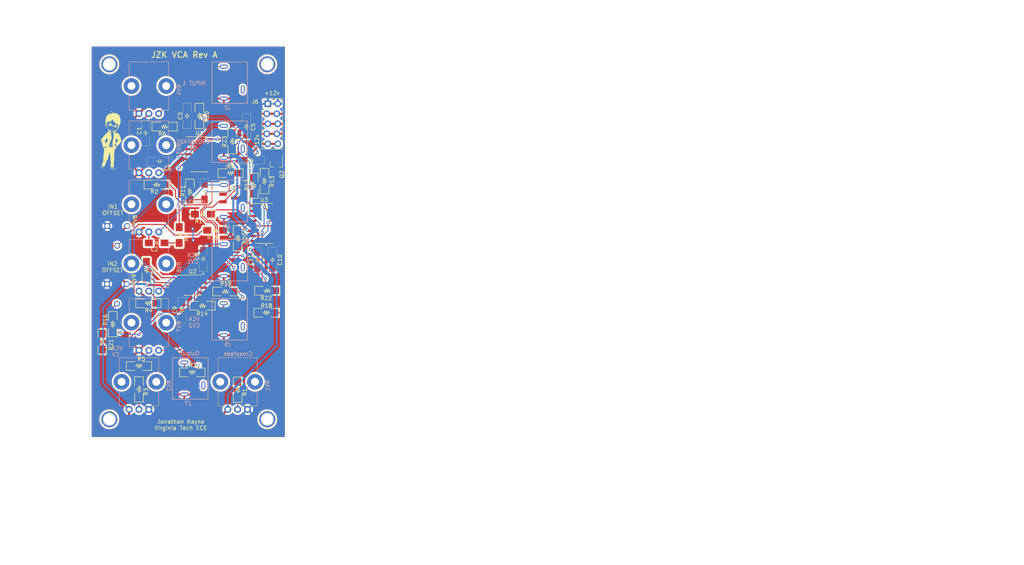
<source format=kicad_pcb>
(kicad_pcb (version 20171130) (host pcbnew "(5.1.0)-1")
  (layers (0 F.Cu signal) (31 B.Cu signal) (34 B.Paste user) (35 F.Paste user) (36 B.SilkS user) (37 F.SilkS user) (38 B.Mask user) (39 F.Mask user) (44 Edge.Cuts user))
  (net 0 "")
  (net 1 "Net-(C1-Pad2)")
  (net 2 "Net-(C1-Pad1)")
  (net 3 "Net-(C2-Pad1)")
  (net 4 "Net-(C2-Pad2)")
  (net 5 "Net-(C3-Pad1)")
  (net 6 "Net-(C3-Pad2)")
  (net 7 "Net-(C4-Pad2)")
  (net 8 "Net-(C4-Pad1)")
  (net 9 "Net-(C5-Pad1)")
  (net 10 "Net-(C5-Pad2)")
  (net 11 +12V)
  (net 12 GND)
  (net 13 -12V)
  (net 14 "Net-(J1-Pad2)")
  (net 15 /CrossfadeCV)
  (net 16 "Net-(J2-Pad2)")
  (net 17 /Input1)
  (net 18 /Input2)
  (net 19 "Net-(J3-Pad2)")
  (net 20 "Net-(J4-Pad2)")
  (net 21 /VCA_CV1)
  (net 22 /VCA_CV2)
  (net 23 "Net-(J5-Pad2)")
  (net 24 /VCA_Out)
  (net 25 "Net-(J7-Pad2)")
  (net 26 "Net-(Q1-Pad1)")
  (net 27 VCA_Gain)
  (net 28 "Net-(Q1-Pad3)")
  (net 29 "Net-(Q2-Pad3)")
  (net 30 /Crossfade)
  (net 31 "Net-(R1-Pad1)")
  (net 32 "Net-(R2-Pad2)")
  (net 33 "Net-(R3-Pad1)")
  (net 34 /VCA_CV)
  (net 35 "Net-(R4-Pad2)")
  (net 36 "Net-(R5-Pad2)")
  (net 37 "Net-(R14-Pad2)")
  (net 38 "Net-(R12-Pad1)")
  (net 39 "Net-(R13-Pad1)")
  (net 40 "Net-(R14-Pad1)")
  (net 41 "Net-(R15-Pad2)")
  (net 42 "Net-(R15-Pad1)")
  (net 43 "Net-(R16-Pad1)")
  (net 44 "Net-(R16-Pad2)")
  (net 45 "Net-(R19-Pad1)")
  (net 46 "Net-(U3-Pad2)")
  (net 47 "Net-(U3-Pad15)")
  (net 48 "Net-(CN1-Pad1)")
  (net 49 "Net-(CN2-Pad1)")
  (net 50 "Net-(CN3-Pad1)")
  (net 51 "Net-(CN4-Pad1)")
  (module Synth:ChibiLogo (layer F.Cu) (at 45.7 54.1)
    (fp_text reference G*** hide)
    (fp_text value LOGO hide)
  )
  (module Synth:Potentiometer_Bourns_PTV09A-1_Single_Vertical (layer B.Cu) (at 55 100 90)
    (fp_text reference RV7 (at -1.45 7.65 90) (layer B.SilkS) (effects (justify mirror)))
    (fp_text value 100k)
    (pad 3 thru_hole circle (at -7.5 2.5 90) (size 1.8 1.8) (drill 1) (layers *.Cu *.Mask) (net 22 /VCA_CV2))
    (pad 2 thru_hole circle (at -7.5 0 90) (size 1.8 1.8) (drill 1) (layers *.Cu *.Mask) (net 36 "Net-(R5-Pad2)"))
    (pad 1 thru_hole circle (at -7.5 -2.5 90) (size 1.8 1.8) (drill 1) (layers *.Cu *.Mask) (net 12 GND))
    (pad "" np_thru_hole circle (at -0.5 4.4 90) (size 4 4) (drill 2) (layers *.Cu *.Mask))
    (pad "" np_thru_hole circle (at -0.5 -4.4 90) (size 4 4) (drill 2) (layers *.Cu *.Mask))
  )
  (module Synth:C_1206 (layer F.Cu) (at 54.2 52.4 90)
    (fp_text reference C1 (at 0.6 -1.6 90) (layer F.SilkS))
    (fp_text value 0.22uF)
    (pad 2 smd rect (at 2 0 90) (size 2 1.6) (layers F.Cu F.Paste F.Mask) (net 1 "Net-(C1-Pad2)"))
    (pad 1 smd rect (at -2 0 90) (size 2 1.6) (layers F.Cu F.Paste F.Mask) (net 2 "Net-(C1-Pad1)"))
  )
  (module Synth:C_1206 (layer F.Cu) (at 57 80.3 180)
    (fp_text reference C2 (at 0.6 -1.6 180) (layer F.SilkS))
    (fp_text value 0.22uF)
    (pad 1 smd rect (at -2 0 180) (size 2 1.6) (layers F.Cu F.Paste F.Mask) (net 3 "Net-(C2-Pad1)"))
    (pad 2 smd rect (at 2 0 180) (size 2 1.6) (layers F.Cu F.Paste F.Mask) (net 4 "Net-(C2-Pad2)"))
  )
  (module Synth:C_1206 (layer F.Cu) (at 64.7 48.1 270)
    (fp_text reference C3 (at 0 1.7 270) (layer F.SilkS))
    (fp_text value 10pF)
    (pad 1 smd rect (at -2 0 270) (size 2 1.6) (layers F.Cu F.Paste F.Mask) (net 5 "Net-(C3-Pad1)"))
    (pad 2 smd rect (at 2 0 270) (size 2 1.6) (layers F.Cu F.Paste F.Mask) (net 6 "Net-(C3-Pad2)"))
  )
  (module Synth:C_1206 (layer F.Cu) (at 69.1 67.3 90)
    (fp_text reference C4 (at 0 1.8 270) (layer F.SilkS))
    (fp_text value 10pF)
    (pad 2 smd rect (at 2 0 90) (size 2 1.6) (layers F.Cu F.Paste F.Mask) (net 7 "Net-(C4-Pad2)"))
    (pad 1 smd rect (at -2 0 90) (size 2 1.6) (layers F.Cu F.Paste F.Mask) (net 8 "Net-(C4-Pad1)"))
  )
  (module Synth:C_1206 (layer F.Cu) (at 79.7 50.8 270)
    (fp_text reference C5 (at 0.1 -1.7 270) (layer F.SilkS))
    (fp_text value 10pF)
    (pad 1 smd rect (at -2 0 270) (size 2 1.6) (layers F.Cu F.Paste F.Mask) (net 9 "Net-(C5-Pad1)"))
    (pad 2 smd rect (at 2 0 270) (size 2 1.6) (layers F.Cu F.Paste F.Mask) (net 10 "Net-(C5-Pad2)"))
  )
  (module Synth:C_1206 (layer F.Cu) (at 57.7 59.6 180)
    (fp_text reference C6 (at -2.1 -1.9 180) (layer F.SilkS))
    (fp_text value 0.1uF)
    (pad 1 smd rect (at -2 0 180) (size 2 1.6) (layers F.Cu F.Paste F.Mask) (net 11 +12V))
    (pad 2 smd rect (at 2 0 180) (size 2 1.6) (layers F.Cu F.Paste F.Mask) (net 12 GND))
  )
  (module Synth:C_1206 (layer F.Cu) (at 81 59.3 180)
    (fp_text reference C7 (at 0.1 -1.7 180) (layer F.SilkS))
    (fp_text value 0.1uF)
    (pad 2 smd rect (at 2 0 180) (size 2 1.6) (layers F.Cu F.Paste F.Mask) (net 13 -12V))
    (pad 1 smd rect (at -2 0 180) (size 2 1.6) (layers F.Cu F.Paste F.Mask) (net 12 GND))
  )
  (module Synth:C_1206 (layer F.Cu) (at 68.8 84.3 90)
    (fp_text reference C8 (at 0.6 -1.6 90) (layer F.SilkS))
    (fp_text value 0.1uF)
    (pad 1 smd rect (at -2 0 90) (size 2 1.6) (layers F.Cu F.Paste F.Mask) (net 11 +12V))
    (pad 2 smd rect (at 2 0 90) (size 2 1.6) (layers F.Cu F.Paste F.Mask) (net 12 GND))
  )
  (module Synth:C_1206 (layer F.Cu) (at 63.4 97.4 90)
    (fp_text reference C9 (at 0.1 -1.8 90) (layer F.SilkS))
    (fp_text value 0.1uF)
    (pad 2 smd rect (at 2 0 90) (size 2 1.6) (layers F.Cu F.Paste F.Mask) (net 13 -12V))
    (pad 1 smd rect (at -2 0 90) (size 2 1.6) (layers F.Cu F.Paste F.Mask) (net 12 GND))
  )
  (module Synth:C_1206 (layer F.Cu) (at 86.3 84.6 270)
    (fp_text reference C10 (at 0 -1.9 270) (layer F.SilkS))
    (fp_text value 0.1uF)
    (pad 1 smd rect (at -2 0 270) (size 2 1.6) (layers F.Cu F.Paste F.Mask) (net 11 +12V))
    (pad 2 smd rect (at 2 0 270) (size 2 1.6) (layers F.Cu F.Paste F.Mask) (net 12 GND))
  )
  (module Synth:C_1206 (layer F.Cu) (at 82.5 84.6 90)
    (fp_text reference C11 (at 0 -1.7 90) (layer F.SilkS))
    (fp_text value 0.1uF)
    (pad 2 smd rect (at 2 0 90) (size 2 1.6) (layers F.Cu F.Paste F.Mask) (net 13 -12V))
    (pad 1 smd rect (at -2 0 90) (size 2 1.6) (layers F.Cu F.Paste F.Mask) (net 12 GND))
  )
  (module Synth:Schurter_4832_Jack (layer B.Cu) (at 75 55 180)
    (fp_text reference J1 (at 0 -6 180) (layer B.SilkS) (effects (justify mirror)))
    (fp_text value Schurter_4832_Jack)
    (pad 1 thru_hole oval (at 1 -3.7 90) (size 1 2.1) (drill oval 0.5 1.6) (layers *.Cu *.Mask) (net 12 GND))
    (pad 2 thru_hole oval (at -3.8 -1.4) (size 1 2.1) (drill oval 0.5 1.6) (layers *.Cu *.Mask) (net 14 "Net-(J1-Pad2)"))
    (pad 3 thru_hole oval (at 1 4.4 270) (size 1 2.1) (drill oval 0.5 1.6) (layers *.Cu *.Mask) (net 15 /CrossfadeCV))
  )
  (module Synth:Schurter_4832_Jack (layer B.Cu) (at 75 40 180)
    (fp_text reference J2 (at 0 -6 180) (layer B.SilkS) (effects (justify mirror)))
    (fp_text value Schurter_4832_Jack)
    (pad 1 thru_hole oval (at 1 -3.7 90) (size 1 2.1) (drill oval 0.5 1.6) (layers *.Cu *.Mask) (net 12 GND))
    (pad 2 thru_hole oval (at -3.8 -1.4) (size 1 2.1) (drill oval 0.5 1.6) (layers *.Cu *.Mask) (net 16 "Net-(J2-Pad2)"))
    (pad 3 thru_hole oval (at 1 4.4 270) (size 1 2.1) (drill oval 0.5 1.6) (layers *.Cu *.Mask) (net 17 /Input1))
  )
  (module Synth:Schurter_4832_Jack (layer B.Cu) (at 75 70 180)
    (fp_text reference J3 (at 0 -6 180) (layer B.SilkS) (effects (justify mirror)))
    (fp_text value Schurter_4832_Jack)
    (pad 3 thru_hole oval (at 1 4.4 270) (size 1 2.1) (drill oval 0.5 1.6) (layers *.Cu *.Mask) (net 18 /Input2))
    (pad 2 thru_hole oval (at -3.8 -1.4) (size 1 2.1) (drill oval 0.5 1.6) (layers *.Cu *.Mask) (net 19 "Net-(J3-Pad2)"))
    (pad 1 thru_hole oval (at 1 -3.7 90) (size 1 2.1) (drill oval 0.5 1.6) (layers *.Cu *.Mask) (net 12 GND))
  )
  (module Synth:Schurter_4832_Jack (layer B.Cu) (at 75 85 180)
    (fp_text reference J4 (at 0 -6 180) (layer B.SilkS) (effects (justify mirror)))
    (fp_text value Schurter_4832_Jack)
    (pad 1 thru_hole oval (at 1 -3.7 90) (size 1 2.1) (drill oval 0.5 1.6) (layers *.Cu *.Mask) (net 12 GND))
    (pad 2 thru_hole oval (at -3.8 -1.4) (size 1 2.1) (drill oval 0.5 1.6) (layers *.Cu *.Mask) (net 20 "Net-(J4-Pad2)"))
    (pad 3 thru_hole oval (at 1 4.4 270) (size 1 2.1) (drill oval 0.5 1.6) (layers *.Cu *.Mask) (net 21 /VCA_CV1))
  )
  (module Synth:Schurter_4832_Jack (layer B.Cu) (at 75 100 180)
    (fp_text reference J5 (at 0 -6 180) (layer B.SilkS) (effects (justify mirror)))
    (fp_text value Schurter_4832_Jack)
    (pad 3 thru_hole oval (at 1 4.4 270) (size 1 2.1) (drill oval 0.5 1.6) (layers *.Cu *.Mask) (net 22 /VCA_CV2))
    (pad 2 thru_hole oval (at -3.8 -1.4) (size 1 2.1) (drill oval 0.5 1.6) (layers *.Cu *.Mask) (net 23 "Net-(J5-Pad2)"))
    (pad 1 thru_hole oval (at 1 -3.7 90) (size 1 2.1) (drill oval 0.5 1.6) (layers *.Cu *.Mask) (net 12 GND))
  )
  (module Synth:PinHeader_2x05_P2.54mm_Vertical_Zigzag (layer F.Cu) (at 85 45)
    (fp_text reference J6 (at -3.1 -0.5) (layer F.SilkS))
    (fp_text value Power)
    (pad 10 thru_hole oval (at 2.667 10.16) (size 1.7 1.7) (drill 1) (layers *.Cu *.Mask) (net 13 -12V))
    (pad 9 thru_hole oval (at 0.127 10.16) (size 1.7 1.7) (drill 1) (layers *.Cu *.Mask) (net 13 -12V))
    (pad 8 thru_hole oval (at 2.413 7.62) (size 1.7 1.7) (drill 1) (layers *.Cu *.Mask) (net 12 GND))
    (pad 7 thru_hole oval (at -0.127 7.62) (size 1.7 1.7) (drill 1) (layers *.Cu *.Mask) (net 12 GND))
    (pad 6 thru_hole oval (at 2.667 5.08) (size 1.7 1.7) (drill 1) (layers *.Cu *.Mask) (net 12 GND))
    (pad 5 thru_hole oval (at 0.127 5.08) (size 1.7 1.7) (drill 1) (layers *.Cu *.Mask) (net 12 GND))
    (pad 4 thru_hole oval (at 2.413 2.54) (size 1.7 1.7) (drill 1) (layers *.Cu *.Mask) (net 12 GND))
    (pad 3 thru_hole oval (at -0.127 2.54) (size 1.7 1.7) (drill 1) (layers *.Cu *.Mask) (net 12 GND))
    (pad 2 thru_hole oval (at 2.667 0) (size 1.7 1.7) (drill 1) (layers *.Cu *.Mask) (net 11 +12V))
    (pad 1 thru_hole rect (at 0.127 0) (size 1.7 1.7) (drill 1) (layers *.Cu *.Mask) (net 11 +12V))
  )
  (module Synth:Schurter_4832_Jack (layer B.Cu) (at 65 115 180)
    (fp_text reference J7 (at 0 -6 180) (layer B.SilkS) (effects (justify mirror)))
    (fp_text value Schurter_4832_Jack)
    (pad 3 thru_hole oval (at 1 4.4 270) (size 1 2.1) (drill oval 0.5 1.6) (layers *.Cu *.Mask) (net 24 /VCA_Out))
    (pad 2 thru_hole oval (at -3.8 -1.4) (size 1 2.1) (drill oval 0.5 1.6) (layers *.Cu *.Mask) (net 25 "Net-(J7-Pad2)"))
    (pad 1 thru_hole oval (at 1 -3.7 90) (size 1 2.1) (drill oval 0.5 1.6) (layers *.Cu *.Mask) (net 12 GND))
  )
  (module TO_SOT_Packages_SMD:SOT-23_Handsoldering (layer F.Cu) (at 75.3 68.9)
    (fp_text reference Q1 (at 1 -2.6) (layer F.SilkS))
    (fp_text value MMBT3906)
    (pad 1 smd rect (at -1.5 -0.95) (size 1.9 0.8) (layers F.Cu F.Paste F.Mask) (net 26 "Net-(Q1-Pad1)"))
    (pad 2 smd rect (at -1.5 0.95) (size 1.9 0.8) (layers F.Cu F.Paste F.Mask) (net 27 VCA_Gain))
    (pad 3 smd rect (at 1.5 0) (size 1.9 0.8) (layers F.Cu F.Paste F.Mask) (net 28 "Net-(Q1-Pad3)"))
  )
  (module TO_SOT_Packages_SMD:SOT-23_Handsoldering (layer F.Cu) (at 87.3 60.3 270)
    (fp_text reference Q2 (at 2.6 -1.4 270) (layer F.SilkS))
    (fp_text value MMBT3906)
    (pad 3 smd rect (at 1.5 0 270) (size 1.9 0.8) (layers F.Cu F.Paste F.Mask) (net 29 "Net-(Q2-Pad3)"))
    (pad 2 smd rect (at -1.5 0.95 270) (size 1.9 0.8) (layers F.Cu F.Paste F.Mask) (net 27 VCA_Gain))
    (pad 1 smd rect (at -1.5 -0.95 270) (size 1.9 0.8) (layers F.Cu F.Paste F.Mask) (net 12 GND))
  )
  (module Synth:R_1206 (layer F.Cu) (at 77.5 117.5 270)
    (fp_text reference R1 (at 0.6 -1.8 270) (layer F.SilkS))
    (fp_text value 270k)
    (pad 2 smd rect (at 2 0 270) (size 2 1.7) (layers F.Cu F.Paste F.Mask) (net 30 /Crossfade))
    (pad 1 smd rect (at -2 0 270) (size 2 1.7) (layers F.Cu F.Paste F.Mask) (net 31 "Net-(R1-Pad1)"))
  )
  (module Synth:R_1206 (layer F.Cu) (at 57 65.5 180)
    (fp_text reference R2 (at 0.6 -1.8 180) (layer F.SilkS))
    (fp_text value 100k)
    (pad 2 smd rect (at 2 0 180) (size 2 1.7) (layers F.Cu F.Paste F.Mask) (net 32 "Net-(R2-Pad2)"))
    (pad 1 smd rect (at -2 0 180) (size 2 1.7) (layers F.Cu F.Paste F.Mask) (net 31 "Net-(R1-Pad1)"))
  )
  (module Synth:R_1206 (layer F.Cu) (at 52.5 117.4 270)
    (fp_text reference R3 (at 0.6 -1.8 270) (layer F.SilkS))
    (fp_text value 330k)
    (pad 1 smd rect (at -2 0 270) (size 2 1.7) (layers F.Cu F.Paste F.Mask) (net 33 "Net-(R3-Pad1)"))
    (pad 2 smd rect (at 2 0 270) (size 2 1.7) (layers F.Cu F.Paste F.Mask) (net 34 /VCA_CV))
  )
  (module Synth:R_1206 (layer F.Cu) (at 54.9 95.6)
    (fp_text reference R4 (at 0.1 1.8) (layer F.SilkS))
    (fp_text value 100k)
    (pad 2 smd rect (at 2 0) (size 2 1.7) (layers F.Cu F.Paste F.Mask) (net 35 "Net-(R4-Pad2)"))
    (pad 1 smd rect (at -2 0) (size 2 1.7) (layers F.Cu F.Paste F.Mask) (net 33 "Net-(R3-Pad1)"))
  )
  (module Synth:R_1206 (layer F.Cu) (at 52.5 111.5)
    (fp_text reference R5 (at 0.6 -1.8) (layer F.SilkS))
    (fp_text value 100k)
    (pad 2 smd rect (at 2 0) (size 2 1.7) (layers F.Cu F.Paste F.Mask) (net 36 "Net-(R5-Pad2)"))
    (pad 1 smd rect (at -2 0) (size 2 1.7) (layers F.Cu F.Paste F.Mask) (net 33 "Net-(R3-Pad1)"))
  )
  (module Synth:R_1206 (layer F.Cu) (at 59 50.8 180)
    (fp_text reference R6 (at 0.6 -1.8 180) (layer F.SilkS))
    (fp_text value 100k)
    (pad 2 smd rect (at 2 0 180) (size 2 1.7) (layers F.Cu F.Paste F.Mask) (net 2 "Net-(C1-Pad1)"))
    (pad 1 smd rect (at -2 0 180) (size 2 1.7) (layers F.Cu F.Paste F.Mask) (net 6 "Net-(C3-Pad2)"))
  )
  (module Synth:R_1206 (layer F.Cu) (at 62.7 78.3 270)
    (fp_text reference R7 (at 0.6 -1.8 270) (layer F.SilkS))
    (fp_text value 100k)
    (pad 2 smd rect (at 2 0 270) (size 2 1.7) (layers F.Cu F.Paste F.Mask) (net 3 "Net-(C2-Pad1)"))
    (pad 1 smd rect (at -2 0 270) (size 2 1.7) (layers F.Cu F.Paste F.Mask) (net 7 "Net-(C4-Pad2)"))
  )
  (module Synth:R_1206 (layer F.Cu) (at 75.7 62.6)
    (fp_text reference R8 (at 0.1 -1.8) (layer F.SilkS))
    (fp_text value 4.7k)
    (pad 1 smd rect (at -2 0) (size 2 1.7) (layers F.Cu F.Paste F.Mask) (net 26 "Net-(Q1-Pad1)"))
    (pad 2 smd rect (at 2 0) (size 2 1.7) (layers F.Cu F.Paste F.Mask) (net 31 "Net-(R1-Pad1)"))
  )
  (module Synth:R_1206 (layer F.Cu) (at 54.4 87.1 270)
    (fp_text reference R9 (at 0.1 -1.9 270) (layer F.SilkS))
    (fp_text value 270k)
    (pad 1 smd rect (at -2 0 270) (size 2 1.7) (layers F.Cu F.Paste F.Mask) (net 37 "Net-(R14-Pad2)"))
    (pad 2 smd rect (at 2 0 270) (size 2 1.7) (layers F.Cu F.Paste F.Mask) (net 33 "Net-(R3-Pad1)"))
  )
  (module Synth:R_1206 (layer F.Cu) (at 67.8 48.1 270)
    (fp_text reference R10 (at 0.2 -1.9 270) (layer F.SilkS))
    (fp_text value 100k)
    (pad 1 smd rect (at -2 0 270) (size 2 1.7) (layers F.Cu F.Paste F.Mask) (net 5 "Net-(C3-Pad1)"))
    (pad 2 smd rect (at 2 0 270) (size 2 1.7) (layers F.Cu F.Paste F.Mask) (net 6 "Net-(C3-Pad2)"))
  )
  (module Synth:R_1206 (layer F.Cu) (at 65.4 67.3 90)
    (fp_text reference R11 (at 0.2 -1.8 90) (layer F.SilkS))
    (fp_text value 100k)
    (pad 1 smd rect (at -2 0 90) (size 2 1.7) (layers F.Cu F.Paste F.Mask) (net 8 "Net-(C4-Pad1)"))
    (pad 2 smd rect (at 2 0 90) (size 2 1.7) (layers F.Cu F.Paste F.Mask) (net 7 "Net-(C4-Pad2)"))
  )
  (module Synth:R_1206 (layer F.Cu) (at 81.6 65.8 90)
    (fp_text reference R12 (at 0.2 -1.8 90) (layer F.SilkS))
    (fp_text value 100k)
    (pad 2 smd rect (at 2 0 90) (size 2 1.7) (layers F.Cu F.Paste F.Mask) (net 5 "Net-(C3-Pad1)"))
    (pad 1 smd rect (at -2 0 90) (size 2 1.7) (layers F.Cu F.Paste F.Mask) (net 38 "Net-(R12-Pad1)"))
  )
  (module Synth:R_1206 (layer F.Cu) (at 84.3 64.6 90)
    (fp_text reference R13 (at -0.1 1.9 90) (layer F.SilkS))
    (fp_text value 100k)
    (pad 2 smd rect (at 2 0 90) (size 2 1.7) (layers F.Cu F.Paste F.Mask) (net 8 "Net-(C4-Pad1)"))
    (pad 1 smd rect (at -2 0 90) (size 2 1.7) (layers F.Cu F.Paste F.Mask) (net 39 "Net-(R13-Pad1)"))
  )
  (module Synth:R_1206 (layer F.Cu) (at 68.6 96.2 180)
    (fp_text reference R14 (at 0.1 -2 180) (layer F.SilkS))
    (fp_text value 10k)
    (pad 2 smd rect (at 2 0 180) (size 2 1.7) (layers F.Cu F.Paste F.Mask) (net 37 "Net-(R14-Pad2)"))
    (pad 1 smd rect (at -2 0 180) (size 2 1.7) (layers F.Cu F.Paste F.Mask) (net 40 "Net-(R14-Pad1)"))
  )
  (module Synth:R_1206 (layer F.Cu) (at 71.8 77.1 180)
    (fp_text reference R15 (at 0.6 -1.8 180) (layer F.SilkS))
    (fp_text value 100k)
    (pad 2 smd rect (at 2 0 180) (size 2 1.7) (layers F.Cu F.Paste F.Mask) (net 41 "Net-(R15-Pad2)"))
    (pad 1 smd rect (at -2 0 180) (size 2 1.7) (layers F.Cu F.Paste F.Mask) (net 42 "Net-(R15-Pad1)"))
  )
  (module Synth:R_1206 (layer F.Cu) (at 45.9 100.9 90)
    (fp_text reference R16 (at 1.1 -1.9 90) (layer F.SilkS))
    (fp_text value 100k)
    (pad 1 smd rect (at -2 0 90) (size 2 1.7) (layers F.Cu F.Paste F.Mask) (net 43 "Net-(R16-Pad1)"))
    (pad 2 smd rect (at 2 0 90) (size 2 1.7) (layers F.Cu F.Paste F.Mask) (net 44 "Net-(R16-Pad2)"))
  )
  (module Synth:R_1206 (layer F.Cu) (at 68.7 73 180)
    (fp_text reference R17 (at 0.6 -1.8 180) (layer F.SilkS))
    (fp_text value 220)
    (pad 1 smd rect (at -2 0 180) (size 2 1.7) (layers F.Cu F.Paste F.Mask) (net 38 "Net-(R12-Pad1)"))
    (pad 2 smd rect (at 2 0 180) (size 2 1.7) (layers F.Cu F.Paste F.Mask) (net 12 GND))
  )
  (module Synth:R_1206 (layer F.Cu) (at 84.8 98)
    (fp_text reference R18 (at 0 -1.8) (layer F.SilkS))
    (fp_text value 220)
    (pad 1 smd rect (at -2 0) (size 2 1.7) (layers F.Cu F.Paste F.Mask) (net 39 "Net-(R13-Pad1)"))
    (pad 2 smd rect (at 2 0) (size 2 1.7) (layers F.Cu F.Paste F.Mask) (net 12 GND))
  )
  (module Synth:R_1206 (layer F.Cu) (at 74.4 92.6 180)
    (fp_text reference R19 (at -0.1 2 180) (layer F.SilkS))
    (fp_text value 10k)
    (pad 1 smd rect (at -2 0 180) (size 2 1.7) (layers F.Cu F.Paste F.Mask) (net 45 "Net-(R19-Pad1)"))
    (pad 2 smd rect (at 2 0 180) (size 2 1.7) (layers F.Cu F.Paste F.Mask) (net 40 "Net-(R14-Pad1)"))
  )
  (module Synth:R_1206 (layer F.Cu) (at 77.5 79.1 270)
    (fp_text reference R20 (at 0 -1.9 270) (layer F.SilkS))
    (fp_text value 220)
    (pad 1 smd rect (at -2 0 270) (size 2 1.7) (layers F.Cu F.Paste F.Mask) (net 42 "Net-(R15-Pad1)"))
    (pad 2 smd rect (at 2 0 270) (size 2 1.7) (layers F.Cu F.Paste F.Mask) (net 12 GND))
  )
  (module Synth:R_1206 (layer F.Cu) (at 43.2 105.3 270)
    (fp_text reference R21 (at 0.8 -2.2 270) (layer F.SilkS))
    (fp_text value 220)
    (pad 1 smd rect (at -2 0 270) (size 2 1.7) (layers F.Cu F.Paste F.Mask) (net 43 "Net-(R16-Pad1)"))
    (pad 2 smd rect (at 2 0 270) (size 2 1.7) (layers F.Cu F.Paste F.Mask) (net 12 GND))
  )
  (module Synth:R_1206 (layer F.Cu) (at 85 92.4 180)
    (fp_text reference R22 (at 0.3 -1.9 180) (layer F.SilkS))
    (fp_text value 22k)
    (pad 2 smd rect (at 2 0 180) (size 2 1.7) (layers F.Cu F.Paste F.Mask) (net 45 "Net-(R19-Pad1)"))
    (pad 1 smd rect (at -2 0 180) (size 2 1.7) (layers F.Cu F.Paste F.Mask) (net 27 VCA_Gain))
  )
  (module Synth:R_1206 (layer F.Cu) (at 76.1 54.5 270)
    (fp_text reference R23 (at 0.1 1.9 270) (layer F.SilkS))
    (fp_text value 100k)
    (pad 1 smd rect (at -2 0 270) (size 2 1.7) (layers F.Cu F.Paste F.Mask) (net 9 "Net-(C5-Pad1)"))
    (pad 2 smd rect (at 2 0 270) (size 2 1.7) (layers F.Cu F.Paste F.Mask) (net 10 "Net-(C5-Pad2)"))
  )
  (module Synth:R_1206 (layer F.Cu) (at 66 113.1)
    (fp_text reference R24 (at 0.6 -1.8) (layer F.SilkS))
    (fp_text value 1k)
    (pad 2 smd rect (at 2 0) (size 2 1.7) (layers F.Cu F.Paste F.Mask) (net 9 "Net-(C5-Pad1)"))
    (pad 1 smd rect (at -2 0) (size 2 1.7) (layers F.Cu F.Paste F.Mask) (net 24 /VCA_Out))
  )
  (module Synth:Potentiometer_Bourns_PTV09A-1_Single_Vertical (layer B.Cu) (at 77.5 115 90)
    (fp_text reference RV1 (at -1.45 7.65 90) (layer B.SilkS) (effects (justify mirror)))
    (fp_text value 100k)
    (pad "" np_thru_hole circle (at -0.5 -4.4 90) (size 4 4) (drill 2) (layers *.Cu *.Mask))
    (pad "" np_thru_hole circle (at -0.5 4.4 90) (size 4 4) (drill 2) (layers *.Cu *.Mask))
    (pad 1 thru_hole circle (at -7.5 -2.5 90) (size 1.8 1.8) (drill 1) (layers *.Cu *.Mask) (net 13 -12V))
    (pad 2 thru_hole circle (at -7.5 0 90) (size 1.8 1.8) (drill 1) (layers *.Cu *.Mask) (net 30 /Crossfade))
    (pad 3 thru_hole circle (at -7.5 2.5 90) (size 1.8 1.8) (drill 1) (layers *.Cu *.Mask) (net 11 +12V))
  )
  (module Synth:Potentiometer_Bourns_PTV09A-1_Single_Vertical (layer B.Cu) (at 52.5 115 90)
    (fp_text reference RV2 (at -1.45 7.65 90) (layer B.SilkS) (effects (justify mirror)))
    (fp_text value 100k)
    (pad "" np_thru_hole circle (at -0.5 -4.4 90) (size 4 4) (drill 2) (layers *.Cu *.Mask))
    (pad "" np_thru_hole circle (at -0.5 4.4 90) (size 4 4) (drill 2) (layers *.Cu *.Mask))
    (pad 1 thru_hole circle (at -7.5 -2.5 90) (size 1.8 1.8) (drill 1) (layers *.Cu *.Mask) (net 13 -12V))
    (pad 2 thru_hole circle (at -7.5 0 90) (size 1.8 1.8) (drill 1) (layers *.Cu *.Mask) (net 34 /VCA_CV))
    (pad 3 thru_hole circle (at -7.5 2.5 90) (size 1.8 1.8) (drill 1) (layers *.Cu *.Mask) (net 11 +12V))
  )
  (module Synth:Potentiometer_Bourns_PTV09A-1_Single_Vertical (layer B.Cu) (at 55 55 90)
    (fp_text reference RV3 (at -1.45 7.65 90) (layer B.SilkS) (effects (justify mirror)))
    (fp_text value 100k)
    (pad "" np_thru_hole circle (at -0.5 -4.4 90) (size 4 4) (drill 2) (layers *.Cu *.Mask))
    (pad "" np_thru_hole circle (at -0.5 4.4 90) (size 4 4) (drill 2) (layers *.Cu *.Mask))
    (pad 1 thru_hole circle (at -7.5 -2.5 90) (size 1.8 1.8) (drill 1) (layers *.Cu *.Mask) (net 12 GND))
    (pad 2 thru_hole circle (at -7.5 0 90) (size 1.8 1.8) (drill 1) (layers *.Cu *.Mask) (net 32 "Net-(R2-Pad2)"))
    (pad 3 thru_hole circle (at -7.5 2.5 90) (size 1.8 1.8) (drill 1) (layers *.Cu *.Mask) (net 15 /CrossfadeCV))
  )
  (module Synth:Potentiometer_Bourns_PTV09A-1_Single_Vertical (layer B.Cu) (at 55 40 90)
    (fp_text reference RV4 (at -1.45 7.65 90) (layer B.SilkS) (effects (justify mirror)))
    (fp_text value 100k)
    (pad 3 thru_hole circle (at -7.5 2.5 90) (size 1.8 1.8) (drill 1) (layers *.Cu *.Mask) (net 17 /Input1))
    (pad 2 thru_hole circle (at -7.5 0 90) (size 1.8 1.8) (drill 1) (layers *.Cu *.Mask) (net 1 "Net-(C1-Pad2)"))
    (pad 1 thru_hole circle (at -7.5 -2.5 90) (size 1.8 1.8) (drill 1) (layers *.Cu *.Mask) (net 12 GND))
    (pad "" np_thru_hole circle (at -0.5 4.4 90) (size 4 4) (drill 2) (layers *.Cu *.Mask))
    (pad "" np_thru_hole circle (at -0.5 -4.4 90) (size 4 4) (drill 2) (layers *.Cu *.Mask))
  )
  (module Synth:Potentiometer_Bourns_PTV09A-1_Single_Vertical (layer B.Cu) (at 55 70 90)
    (fp_text reference RV5 (at -1.45 7.65 90) (layer B.SilkS) (effects (justify mirror)))
    (fp_text value 100k)
    (pad "" np_thru_hole circle (at -0.5 -4.4 90) (size 4 4) (drill 2) (layers *.Cu *.Mask))
    (pad "" np_thru_hole circle (at -0.5 4.4 90) (size 4 4) (drill 2) (layers *.Cu *.Mask))
    (pad 1 thru_hole circle (at -7.5 -2.5 90) (size 1.8 1.8) (drill 1) (layers *.Cu *.Mask) (net 12 GND))
    (pad 2 thru_hole circle (at -7.5 0 90) (size 1.8 1.8) (drill 1) (layers *.Cu *.Mask) (net 4 "Net-(C2-Pad2)"))
    (pad 3 thru_hole circle (at -7.5 2.5 90) (size 1.8 1.8) (drill 1) (layers *.Cu *.Mask) (net 18 /Input2))
  )
  (module Synth:Potentiometer_Bourns_PTV09A-1_Single_Vertical (layer B.Cu) (at 55 85 90)
    (fp_text reference RV6 (at -1.45 7.65 90) (layer B.SilkS) (effects (justify mirror)))
    (fp_text value 100k)
    (pad 3 thru_hole circle (at -7.5 2.5 90) (size 1.8 1.8) (drill 1) (layers *.Cu *.Mask) (net 21 /VCA_CV1))
    (pad 2 thru_hole circle (at -7.5 0 90) (size 1.8 1.8) (drill 1) (layers *.Cu *.Mask) (net 35 "Net-(R4-Pad2)"))
    (pad 1 thru_hole circle (at -7.5 -2.5 90) (size 1.8 1.8) (drill 1) (layers *.Cu *.Mask) (net 12 GND))
    (pad "" np_thru_hole circle (at -0.5 4.4 90) (size 4 4) (drill 2) (layers *.Cu *.Mask))
    (pad "" np_thru_hole circle (at -0.5 -4.4 90) (size 4 4) (drill 2) (layers *.Cu *.Mask))
  )
  (module Package_SO:SOIC-14_3.9x8.7mm_P1.27mm (layer F.Cu) (at 67.8 57.81)
    (fp_text reference U1 (at 0 -5.375) (layer F.SilkS))
    (fp_text value TL074)
    (pad 1 smd rect (at -2.7 -3.81) (size 1.5 0.6) (layers F.Cu F.Paste F.Mask) (net 5 "Net-(C3-Pad1)"))
    (pad 2 smd rect (at -2.7 -2.54) (size 1.5 0.6) (layers F.Cu F.Paste F.Mask) (net 6 "Net-(C3-Pad2)"))
    (pad 3 smd rect (at -2.7 -1.27) (size 1.5 0.6) (layers F.Cu F.Paste F.Mask) (net 12 GND))
    (pad 4 smd rect (at -2.7 0) (size 1.5 0.6) (layers F.Cu F.Paste F.Mask) (net 11 +12V))
    (pad 5 smd rect (at -2.7 1.27) (size 1.5 0.6) (layers F.Cu F.Paste F.Mask) (net 12 GND))
    (pad 6 smd rect (at -2.7 2.54) (size 1.5 0.6) (layers F.Cu F.Paste F.Mask) (net 7 "Net-(C4-Pad2)"))
    (pad 7 smd rect (at -2.7 3.81) (size 1.5 0.6) (layers F.Cu F.Paste F.Mask) (net 8 "Net-(C4-Pad1)"))
    (pad 8 smd rect (at 2.7 3.81) (size 1.5 0.6) (layers F.Cu F.Paste F.Mask) (net 26 "Net-(Q1-Pad1)"))
    (pad 9 smd rect (at 2.7 2.54) (size 1.5 0.6) (layers F.Cu F.Paste F.Mask) (net 31 "Net-(R1-Pad1)"))
    (pad 10 smd rect (at 2.7 1.27) (size 1.5 0.6) (layers F.Cu F.Paste F.Mask) (net 12 GND))
    (pad 11 smd rect (at 2.7 0) (size 1.5 0.6) (layers F.Cu F.Paste F.Mask) (net 13 -12V))
    (pad 12 smd rect (at 2.7 -1.27) (size 1.5 0.6) (layers F.Cu F.Paste F.Mask) (net 12 GND))
    (pad 13 smd rect (at 2.7 -2.54) (size 1.5 0.6) (layers F.Cu F.Paste F.Mask) (net 10 "Net-(C5-Pad2)"))
    (pad 14 smd rect (at 2.7 -3.81) (size 1.5 0.6) (layers F.Cu F.Paste F.Mask) (net 9 "Net-(C5-Pad1)"))
  )
  (module Package_SO:SOIC-8_3.9x4.9mm_P1.27mm (layer F.Cu) (at 66.1 91.005)
    (fp_text reference U2 (at 0 -3.5) (layer F.SilkS))
    (fp_text value TL072)
    (pad 1 smd rect (at -2.7 -1.905) (size 1.55 0.6) (layers F.Cu F.Paste F.Mask) (net 37 "Net-(R14-Pad2)"))
    (pad 2 smd rect (at -2.7 -0.635) (size 1.55 0.6) (layers F.Cu F.Paste F.Mask) (net 33 "Net-(R3-Pad1)"))
    (pad 3 smd rect (at -2.7 0.635) (size 1.55 0.6) (layers F.Cu F.Paste F.Mask) (net 12 GND))
    (pad 4 smd rect (at -2.7 1.905) (size 1.55 0.6) (layers F.Cu F.Paste F.Mask) (net 13 -12V))
    (pad 5 smd rect (at 2.7 1.905) (size 1.55 0.6) (layers F.Cu F.Paste F.Mask) (net 12 GND))
    (pad 6 smd rect (at 2.7 0.635) (size 1.55 0.6) (layers F.Cu F.Paste F.Mask) (net 40 "Net-(R14-Pad1)"))
    (pad 7 smd rect (at 2.7 -0.635) (size 1.55 0.6) (layers F.Cu F.Paste F.Mask) (net 45 "Net-(R19-Pad1)"))
    (pad 8 smd rect (at 2.7 -1.905) (size 1.55 0.6) (layers F.Cu F.Paste F.Mask) (net 11 +12V))
  )
  (module Package_SO:SOIC-16_3.9x9.9mm_P1.27mm (layer F.Cu) (at 84.2 75.345)
    (fp_text reference U3 (at 0 -6) (layer F.SilkS))
    (fp_text value LM13700)
    (pad 1 smd rect (at -2.7 -4.445) (size 1.5 0.6) (layers F.Cu F.Paste F.Mask) (net 28 "Net-(Q1-Pad3)"))
    (pad 2 smd rect (at -2.7 -3.175) (size 1.5 0.6) (layers F.Cu F.Paste F.Mask) (net 46 "Net-(U3-Pad2)"))
    (pad 3 smd rect (at -2.7 -1.905) (size 1.5 0.6) (layers F.Cu F.Paste F.Mask) (net 38 "Net-(R12-Pad1)"))
    (pad 4 smd rect (at -2.7 -0.635) (size 1.5 0.6) (layers F.Cu F.Paste F.Mask) (net 42 "Net-(R15-Pad1)"))
    (pad 5 smd rect (at -2.7 0.635) (size 1.5 0.6) (layers F.Cu F.Paste F.Mask) (net 10 "Net-(C5-Pad2)"))
    (pad 6 smd rect (at -2.7 1.905) (size 1.5 0.6) (layers F.Cu F.Paste F.Mask) (net 13 -12V))
    (pad 7 smd rect (at -2.7 3.175) (size 1.5 0.6) (layers F.Cu F.Paste F.Mask))
    (pad 8 smd rect (at -2.7 4.445) (size 1.5 0.6) (layers F.Cu F.Paste F.Mask))
    (pad 9 smd rect (at 2.7 4.445) (size 1.5 0.6) (layers F.Cu F.Paste F.Mask))
    (pad 10 smd rect (at 2.7 3.175) (size 1.5 0.6) (layers F.Cu F.Paste F.Mask))
    (pad 11 smd rect (at 2.7 1.905) (size 1.5 0.6) (layers F.Cu F.Paste F.Mask) (net 11 +12V))
    (pad 12 smd rect (at 2.7 0.635) (size 1.5 0.6) (layers F.Cu F.Paste F.Mask) (net 10 "Net-(C5-Pad2)"))
    (pad 13 smd rect (at 2.7 -0.635) (size 1.5 0.6) (layers F.Cu F.Paste F.Mask) (net 43 "Net-(R16-Pad1)"))
    (pad 14 smd rect (at 2.7 -1.905) (size 1.5 0.6) (layers F.Cu F.Paste F.Mask) (net 39 "Net-(R13-Pad1)"))
    (pad 15 smd rect (at 2.7 -3.175) (size 1.5 0.6) (layers F.Cu F.Paste F.Mask) (net 47 "Net-(U3-Pad15)"))
    (pad 16 smd rect (at 2.7 -4.445) (size 1.5 0.6) (layers F.Cu F.Paste F.Mask) (net 29 "Net-(Q2-Pad3)"))
  )
  (module Synth:M3_Screw_Hole (layer F.Cu) (at 45 35)
    (fp_text reference CN1 hide)
    (fp_text value M3_Screw hide)
    (pad 1 thru_hole circle (at 0 0) (size 4.064 4.064) (drill 3.2) (layers *.Cu *.Mask) (net 48 "Net-(CN1-Pad1)"))
  )
  (module Synth:M3_Screw_Hole (layer F.Cu) (at 85 35)
    (fp_text reference CN2 hide)
    (fp_text value M3_Screw hide)
    (pad 1 thru_hole circle (at 0 0) (size 4.064 4.064) (drill 3.2) (layers *.Cu *.Mask) (net 49 "Net-(CN2-Pad1)"))
  )
  (module Synth:M3_Screw_Hole (layer F.Cu) (at 45 125)
    (fp_text reference CN3 hide)
    (fp_text value M3_Screw hide)
    (pad 1 thru_hole circle (at 0 0) (size 4.064 4.064) (drill 3.2) (layers *.Cu *.Mask) (net 50 "Net-(CN3-Pad1)"))
  )
  (module Synth:M3_Screw_Hole (layer F.Cu) (at 85 125)
    (fp_text reference CN4 hide)
    (fp_text value M3_Screw hide)
    (pad 1 thru_hole circle (at 0 0) (size 4.064 4.064) (drill 3.2) (layers *.Cu *.Mask) (net 51 "Net-(CN4-Pad1)"))
  )
  (module Synth:Trimpot_Bourns_3306F (layer F.Cu) (at 47 76 180)
    (fp_text reference RV8 (at -4.5 1.4 270) (layer F.SilkS))
    (fp_text value 100k)
    (pad 2 thru_hole circle (at 0 -5 180) (size 1.524 1.524) (drill 1) (layers *.Cu *.Mask) (net 41 "Net-(R15-Pad2)"))
    (pad 1 thru_hole circle (at -2.5 0 180) (size 1.524 1.524) (drill 1) (layers *.Cu *.Mask) (net 13 -12V))
    (pad 3 thru_hole circle (at 2.5 0 180) (size 1.524 1.524) (drill 1) (layers *.Cu *.Mask) (net 11 +12V))
  )
  (module Synth:Trimpot_Bourns_3306F (layer F.Cu) (at 46.9 90.7 180)
    (fp_text reference RV9 (at -4.3 1.1 270) (layer F.SilkS))
    (fp_text value 100k)
    (pad 3 thru_hole circle (at 2.5 0 180) (size 1.524 1.524) (drill 1) (layers *.Cu *.Mask) (net 11 +12V))
    (pad 1 thru_hole circle (at -2.5 0 180) (size 1.524 1.524) (drill 1) (layers *.Cu *.Mask) (net 13 -12V))
    (pad 2 thru_hole circle (at 0 -5 180) (size 1.524 1.524) (drill 1) (layers *.Cu *.Mask) (net 44 "Net-(R16-Pad2)"))
  )
  (gr_text "IN2\nOFFSET" (at 45.8 86.4) (layer F.SilkS) (effects (font (size 1 1))))
  (gr_text "IN1\nOFFSET" (at 45.9 71.9) (layer F.SilkS) (effects (font (size 1 1))))
  (gr_text -12v (at 82.4 54.7 90) (layer F.SilkS) (effects (font (size 1 1))))
  (gr_text +12v (at 86.2 42.3) (layer F.SilkS) (effects (font (size 1 1))))
  (gr_text "INPUT 1" (at 66.5 39.8) (layer B.SilkS) (effects (font (size 1 1)) (justify mirror)))
  (gr_text "CROSSFADE\nCV" (at 66.2 55.4) (layer B.SilkS) (effects (font (size 1 1)) (justify mirror)))
  (gr_text "INPUT 2" (at 66.3 70) (layer B.SilkS) (effects (font (size 1 1)) (justify mirror)))
  (gr_text "VCA\nCV1" (at 66.1 84.2) (layer B.SilkS) (effects (font (size 1 1)) (justify mirror)))
  (gr_text "VCA\nCV2" (at 66.5 100.4) (layer B.SilkS) (effects (font (size 1 1)) (justify mirror)))
  (gr_text "VCA \nCV" (at 46.6 107.8) (layer B.SilkS) (effects (font (size 1 1)) (justify mirror)))
  (gr_text Crossfade (at 77.6 108.4) (layer B.SilkS) (effects (font (size 1 1)) (justify mirror)))
  (gr_text Output (at 65.4 108.3) (layer B.SilkS) (effects (font (size 1 1)) (justify mirror)))
  (gr_text "Jonathan Kayne\nVirginia Tech ECE" (at 63.1 126.4) (layer F.SilkS) (effects (font (size 1 1))))
  (gr_text "JZK VCA Rev A" (at 64 32.6) (layer F.SilkS) (effects (font (size 1.5 1.5) (thickness 0.25))))
  (gr_line (start 90 30) (end 40 30) (layer Edge.Cuts) (width 0.05))
  (gr_line (start 90 130) (end 90 30) (layer Edge.Cuts) (width 0.05))
  (gr_line (start 40 130) (end 90 130) (layer Edge.Cuts) (width 0.05))
  (gr_line (start 40 30) (end 40 130) (layer Edge.Cuts) (width 0.05))
  (segment (start 54.2 48.3) (end 55 47.5) (width 0.25) (layer F.Cu) (net 1))
  (segment (start 54.2 50.4) (end 54.2 48.3) (width 0.25) (layer F.Cu) (net 1))
  (segment (start 57 51.9) (end 57 50.8) (width 0.25) (layer F.Cu) (net 2))
  (segment (start 57 52.65) (end 57 51.9) (width 0.25) (layer F.Cu) (net 2))
  (segment (start 55.25 54.4) (end 57 52.65) (width 0.25) (layer F.Cu) (net 2))
  (segment (start 54.2 54.4) (end 55.25 54.4) (width 0.25) (layer F.Cu) (net 2))
  (segment (start 60.25 80.3) (end 62.7 80.3) (width 0.25) (layer F.Cu) (net 3))
  (segment (start 59 80.3) (end 60.25 80.3) (width 0.25) (layer F.Cu) (net 3))
  (segment (start 55 79.25) (end 55 77.5) (width 0.25) (layer F.Cu) (net 4))
  (segment (start 55 80.3) (end 55 79.25) (width 0.25) (layer F.Cu) (net 4))
  (segment (start 65.75 46.1) (end 67.8 46.1) (width 0.25) (layer F.Cu) (net 5))
  (segment (start 64.7 46.1) (end 65.75 46.1) (width 0.25) (layer F.Cu) (net 5))
  (segment (start 66.1 54) (end 65.1 54) (width 0.25) (layer F.Cu) (net 5))
  (segment (start 66.335002 54) (end 66.1 54) (width 0.25) (layer F.Cu) (net 5))
  (segment (start 68.975001 51.360001) (end 66.335002 54) (width 0.25) (layer F.Cu) (net 5))
  (segment (start 68.975001 48.525001) (end 68.975001 51.360001) (width 0.25) (layer F.Cu) (net 5))
  (segment (start 67.8 47.35) (end 68.975001 48.525001) (width 0.25) (layer F.Cu) (net 5))
  (segment (start 67.8 46.1) (end 67.8 47.35) (width 0.25) (layer F.Cu) (net 5))
  (via (at 82.5 57.4) (size 0.8) (drill 0.4) (layers F.Cu B.Cu) (net 5))
  (segment (start 81.6 63.8) (end 81.6 58.3) (width 0.25) (layer F.Cu) (net 5))
  (segment (start 81.6 58.3) (end 82.5 57.4) (width 0.25) (layer F.Cu) (net 5))
  (via (at 68.975001 48.525001) (size 0.8) (drill 0.4) (layers F.Cu B.Cu) (net 5))
  (segment (start 74.190686 48.525001) (end 68.975001 48.525001) (width 0.25) (layer B.Cu) (net 5))
  (segment (start 82.5 56.834315) (end 74.190686 48.525001) (width 0.25) (layer B.Cu) (net 5))
  (segment (start 82.5 57.4) (end 82.5 56.834315) (width 0.25) (layer B.Cu) (net 5))
  (segment (start 67.8 50.1) (end 64.7 50.1) (width 0.25) (layer F.Cu) (net 6))
  (segment (start 61 51.9) (end 61 50.8) (width 0.25) (layer F.Cu) (net 6))
  (segment (start 61 52.17) (end 61 51.9) (width 0.25) (layer F.Cu) (net 6))
  (segment (start 64.1 55.27) (end 61 52.17) (width 0.25) (layer F.Cu) (net 6))
  (segment (start 65.1 55.27) (end 64.1 55.27) (width 0.25) (layer F.Cu) (net 6))
  (segment (start 64 50.8) (end 64.7 50.1) (width 0.25) (layer F.Cu) (net 6))
  (segment (start 61 50.8) (end 64 50.8) (width 0.25) (layer F.Cu) (net 6))
  (segment (start 66.5 65.3) (end 69.1 65.3) (width 0.25) (layer F.Cu) (net 7))
  (segment (start 65.4 65.3) (end 66.5 65.3) (width 0.25) (layer F.Cu) (net 7))
  (segment (start 65.4 65.15) (end 65.4 65.3) (width 0.25) (layer F.Cu) (net 7))
  (segment (start 66.5 64.05) (end 65.4 65.15) (width 0.25) (layer F.Cu) (net 7))
  (segment (start 66.5 61.3) (end 66.5 64.05) (width 0.25) (layer F.Cu) (net 7))
  (segment (start 65.55 60.35) (end 66.5 61.3) (width 0.25) (layer F.Cu) (net 7))
  (segment (start 65.1 60.35) (end 65.55 60.35) (width 0.25) (layer F.Cu) (net 7))
  (via (at 62.5 71) (size 0.8) (drill 0.4) (layers F.Cu B.Cu) (net 7))
  (segment (start 62.7 76.3) (end 62.7 71.2) (width 0.25) (layer F.Cu) (net 7))
  (segment (start 62.7 71.2) (end 62.5 71) (width 0.25) (layer F.Cu) (net 7))
  (via (at 62.7 61.2) (size 0.8) (drill 0.4) (layers F.Cu B.Cu) (net 7))
  (segment (start 62.5 71) (end 62.5 61.4) (width 0.25) (layer B.Cu) (net 7))
  (segment (start 62.5 61.4) (end 62.7 61.2) (width 0.25) (layer B.Cu) (net 7))
  (segment (start 63.55 60.35) (end 65.1 60.35) (width 0.25) (layer F.Cu) (net 7))
  (segment (start 62.7 61.2) (end 63.55 60.35) (width 0.25) (layer F.Cu) (net 7))
  (segment (start 69.1 69.3) (end 65.4 69.3) (width 0.25) (layer F.Cu) (net 8))
  (segment (start 64.3 69.3) (end 63.7 68.7) (width 0.25) (layer F.Cu) (net 8))
  (segment (start 65.4 69.3) (end 64.3 69.3) (width 0.25) (layer F.Cu) (net 8))
  (segment (start 65.1 62.17) (end 65.1 61.62) (width 0.25) (layer F.Cu) (net 8))
  (segment (start 63.7 63.57) (end 65.1 62.17) (width 0.25) (layer F.Cu) (net 8))
  (segment (start 63.7 68.7) (end 63.7 63.57) (width 0.25) (layer F.Cu) (net 8))
  (segment (start 82.8 64.25) (end 82.8 65) (width 0.25) (layer F.Cu) (net 8))
  (segment (start 84.3 62.6) (end 84.3 62.75) (width 0.25) (layer F.Cu) (net 8))
  (segment (start 84.3 62.75) (end 82.8 64.25) (width 0.25) (layer F.Cu) (net 8))
  (via (at 76.4 66.3) (size 0.8) (drill 0.4) (layers F.Cu B.Cu) (net 8))
  (segment (start 76.817511 65.882489) (end 76.4 66.3) (width 0.25) (layer F.Cu) (net 8))
  (segment (start 82.8 65) (end 81.917511 65.882489) (width 0.25) (layer F.Cu) (net 8))
  (segment (start 81.917511 65.882489) (end 76.817511 65.882489) (width 0.25) (layer F.Cu) (net 8))
  (via (at 69.5 67.3) (size 0.8) (drill 0.4) (layers F.Cu B.Cu) (net 8))
  (segment (start 76.4 66.3) (end 75.4 67.3) (width 0.25) (layer B.Cu) (net 8))
  (segment (start 75.4 67.3) (end 69.5 67.3) (width 0.25) (layer B.Cu) (net 8))
  (segment (start 69.5 68.9) (end 69.1 69.3) (width 0.25) (layer F.Cu) (net 8))
  (segment (start 69.5 67.3) (end 69.5 68.9) (width 0.25) (layer F.Cu) (net 8))
  (segment (start 76.1 52.65) (end 76.1 52.5) (width 0.25) (layer F.Cu) (net 9))
  (segment (start 74.75 54) (end 76.1 52.65) (width 0.25) (layer F.Cu) (net 9))
  (segment (start 70.5 54) (end 72.4 54) (width 0.25) (layer F.Cu) (net 9))
  (segment (start 79.65 48.8) (end 79.7 48.8) (width 0.25) (layer F.Cu) (net 9))
  (segment (start 76.1 52.35) (end 79.65 48.8) (width 0.25) (layer F.Cu) (net 9))
  (segment (start 76.1 52.5) (end 76.1 52.35) (width 0.25) (layer F.Cu) (net 9))
  (segment (start 72.4 54) (end 74.75 54) (width 0.25) (layer F.Cu) (net 9))
  (via (at 72.4 54) (size 0.8) (drill 0.4) (layers F.Cu B.Cu) (net 9))
  (via (at 67.6 111.3) (size 0.8) (drill 0.4) (layers F.Cu B.Cu) (net 9))
  (segment (start 67.6 112.7) (end 68 113.1) (width 0.25) (layer F.Cu) (net 9))
  (segment (start 67.6 111.3) (end 67.6 112.7) (width 0.25) (layer F.Cu) (net 9))
  (segment (start 60.2 62.626998) (end 68.826998 54) (width 0.25) (layer B.Cu) (net 9))
  (segment (start 60.2 66.258998) (end 60.2 62.626998) (width 0.25) (layer B.Cu) (net 9))
  (segment (start 67.6 111.3) (end 66.758998 111.3) (width 0.25) (layer B.Cu) (net 9))
  (segment (start 66.758998 111.3) (end 56.274999 100.816001) (width 0.25) (layer B.Cu) (net 9))
  (segment (start 56.274999 100.816001) (end 56.274999 87.733997) (width 0.25) (layer B.Cu) (net 9))
  (segment (start 68.826998 54) (end 72.4 54) (width 0.25) (layer B.Cu) (net 9))
  (segment (start 51.274999 82.733997) (end 51.274999 75.183999) (width 0.25) (layer B.Cu) (net 9))
  (segment (start 56.274999 87.733997) (end 51.274999 82.733997) (width 0.25) (layer B.Cu) (net 9))
  (segment (start 51.274999 75.183999) (end 60.2 66.258998) (width 0.25) (layer B.Cu) (net 9))
  (segment (start 79.65 52.8) (end 79.7 52.8) (width 0.25) (layer F.Cu) (net 10))
  (segment (start 76.1 56.5) (end 76.1 56.35) (width 0.25) (layer F.Cu) (net 10))
  (segment (start 71.5 55.27) (end 70.5 55.27) (width 0.25) (layer F.Cu) (net 10))
  (segment (start 73.77 55.27) (end 71.5 55.27) (width 0.25) (layer F.Cu) (net 10))
  (segment (start 75 56.5) (end 73.77 55.27) (width 0.25) (layer F.Cu) (net 10))
  (segment (start 76.1 56.5) (end 75 56.5) (width 0.25) (layer F.Cu) (net 10))
  (segment (start 86.9 75.98) (end 83.12 75.98) (width 0.25) (layer F.Cu) (net 10))
  (segment (start 83.12 75.98) (end 81.5 75.98) (width 0.25) (layer F.Cu) (net 10))
  (via (at 83.12 75.98) (size 0.8) (drill 0.4) (layers F.Cu B.Cu) (net 10))
  (segment (start 83.12 75.414315) (end 80.6 72.894315) (width 0.25) (layer B.Cu) (net 10))
  (segment (start 83.12 75.98) (end 83.12 75.414315) (width 0.25) (layer B.Cu) (net 10))
  (segment (start 80.6 59.91674) (end 77.7 57.01674) (width 0.25) (layer B.Cu) (net 10))
  (segment (start 80.6 72.894315) (end 80.6 59.91674) (width 0.25) (layer B.Cu) (net 10))
  (via (at 77.675 54.775) (size 0.8) (drill 0.4) (layers F.Cu B.Cu) (net 10))
  (segment (start 77.7 54.8) (end 77.675 54.775) (width 0.25) (layer B.Cu) (net 10))
  (segment (start 77.7 57.01674) (end 77.7 54.8) (width 0.25) (layer B.Cu) (net 10))
  (segment (start 76.1 56.35) (end 77.675 54.775) (width 0.25) (layer F.Cu) (net 10))
  (segment (start 77.675 54.775) (end 79.65 52.8) (width 0.25) (layer F.Cu) (net 10))
  (segment (start 64.1 57.81) (end 65.1 57.81) (width 0.25) (layer F.Cu) (net 11))
  (segment (start 62.74 57.81) (end 64.1 57.81) (width 0.25) (layer F.Cu) (net 11))
  (segment (start 60.95 59.6) (end 62.175 58.375) (width 0.25) (layer F.Cu) (net 11))
  (segment (start 59.7 59.6) (end 60.95 59.6) (width 0.25) (layer F.Cu) (net 11))
  (segment (start 62.175 58.375) (end 62.74 57.81) (width 0.25) (layer F.Cu) (net 11))
  (via (at 62.175 58.375) (size 0.8) (drill 0.4) (layers F.Cu B.Cu) (net 11))
  (segment (start 68.8 88.55) (end 68.8 88.1) (width 0.25) (layer F.Cu) (net 11))
  (segment (start 68.8 89.1) (end 68.8 88.55) (width 0.25) (layer F.Cu) (net 11))
  (segment (start 68.8 88.1) (end 68.8 86.3) (width 0.25) (layer F.Cu) (net 11))
  (via (at 68.8 88.1) (size 0.8) (drill 0.4) (layers F.Cu B.Cu) (net 11))
  (segment (start 85.25 82.6) (end 84.7 82.05) (width 0.25) (layer F.Cu) (net 11))
  (segment (start 86.3 82.6) (end 85.25 82.6) (width 0.25) (layer F.Cu) (net 11))
  (segment (start 86.45 77.25) (end 86.9 77.25) (width 0.25) (layer F.Cu) (net 11))
  (segment (start 84.7 79) (end 86.45 77.25) (width 0.25) (layer F.Cu) (net 11))
  (segment (start 84.7 82.05) (end 84.7 80.8) (width 0.25) (layer F.Cu) (net 11))
  (segment (start 84.7 80.8) (end 84.7 79) (width 0.25) (layer F.Cu) (net 11))
  (via (at 84.7 80.8) (size 0.8) (drill 0.4) (layers F.Cu B.Cu) (net 11))
  (via (at 66.1 76.7) (size 0.8) (drill 0.4) (layers F.Cu B.Cu) (net 12))
  (via (at 66.2 79.6) (size 0.8) (drill 0.4) (layers F.Cu B.Cu) (net 12))
  (segment (start 66.2 76.8) (end 66.1 76.7) (width 0.25) (layer B.Cu) (net 12))
  (segment (start 66.2 79.6) (end 66.2 76.8) (width 0.25) (layer B.Cu) (net 12))
  (via (at 75.6 78.7) (size 0.8) (drill 0.4) (layers F.Cu B.Cu) (net 12))
  (segment (start 74 73.7) (end 74 77.1) (width 0.25) (layer B.Cu) (net 12))
  (segment (start 74 77.1) (end 75.6 78.7) (width 0.25) (layer B.Cu) (net 12))
  (segment (start 87.667 55.16) (end 85.127 55.16) (width 0.508) (layer F.Cu) (net 13))
  (segment (start 83.924919 55.16) (end 85.127 55.16) (width 0.508) (layer F.Cu) (net 13))
  (segment (start 83.34 55.16) (end 83.924919 55.16) (width 0.508) (layer F.Cu) (net 13))
  (segment (start 79.2 59.3) (end 83.34 55.16) (width 0.508) (layer F.Cu) (net 13))
  (segment (start 79 59.3) (end 79.2 59.3) (width 0.508) (layer F.Cu) (net 13))
  (segment (start 77.492 59.3) (end 79 59.3) (width 0.508) (layer F.Cu) (net 13))
  (segment (start 77.13799 59.65401) (end 77.492 59.3) (width 0.508) (layer F.Cu) (net 13))
  (segment (start 71.210827 57.81) (end 73.054837 59.65401) (width 0.508) (layer F.Cu) (net 13))
  (segment (start 70.5 57.81) (end 71.210827 57.81) (width 0.508) (layer F.Cu) (net 13))
  (segment (start 50 123.772792) (end 50.427208 124.2) (width 0.508) (layer F.Cu) (net 13))
  (segment (start 50 122.5) (end 50 123.772792) (width 0.508) (layer F.Cu) (net 13))
  (segment (start 73.3 124.2) (end 75 122.5) (width 0.508) (layer F.Cu) (net 13))
  (segment (start 50.427208 124.2) (end 73.3 124.2) (width 0.508) (layer F.Cu) (net 13))
  (segment (start 48.738001 76.761999) (end 49.5 76) (width 0.508) (layer F.Cu) (net 13))
  (segment (start 45.783999 79.716001) (end 48.738001 76.761999) (width 0.508) (layer F.Cu) (net 13))
  (segment (start 45.783999 87.083999) (end 45.783999 79.716001) (width 0.508) (layer F.Cu) (net 13))
  (segment (start 49.4 90.7) (end 45.783999 87.083999) (width 0.508) (layer F.Cu) (net 13))
  (via (at 79.9 77) (size 0.8) (drill 0.4) (layers F.Cu B.Cu) (net 13))
  (via (at 76.55401 59.65401) (size 0.8) (drill 0.4) (layers F.Cu B.Cu) (net 13))
  (segment (start 73.054837 59.65401) (end 76.55401 59.65401) (width 0.508) (layer F.Cu) (net 13))
  (segment (start 76.55401 59.65401) (end 77.13799 59.65401) (width 0.508) (layer F.Cu) (net 13))
  (via (at 54.4 91) (size 0.8) (drill 0.4) (layers F.Cu B.Cu) (net 13))
  (segment (start 63.4 92.91) (end 63.4 95.4) (width 0.508) (layer F.Cu) (net 13))
  (segment (start 43.4 115.9) (end 50 122.5) (width 0.508) (layer B.Cu) (net 13))
  (segment (start 43.4 96.7) (end 43.4 115.9) (width 0.508) (layer B.Cu) (net 13))
  (segment (start 49.4 90.7) (end 43.4 96.7) (width 0.508) (layer B.Cu) (net 13))
  (segment (start 75 118.768078) (end 87.4 106.368078) (width 0.508) (layer B.Cu) (net 13))
  (segment (start 75 122.5) (end 75 118.768078) (width 0.508) (layer B.Cu) (net 13))
  (via (at 80.8 82) (size 0.8) (drill 0.4) (layers F.Cu B.Cu) (net 13))
  (segment (start 87.4 106.368078) (end 87.4 88.6) (width 0.508) (layer B.Cu) (net 13))
  (segment (start 87.4 88.6) (end 80.8 82) (width 0.508) (layer B.Cu) (net 13))
  (segment (start 81.9 82) (end 82.5 82.6) (width 0.508) (layer F.Cu) (net 13))
  (segment (start 80.8 82) (end 81.9 82) (width 0.508) (layer F.Cu) (net 13))
  (segment (start 82.5 81.092) (end 82.5 82.6) (width 0.508) (layer F.Cu) (net 13))
  (segment (start 82.704001 80.887999) (end 82.5 81.092) (width 0.508) (layer F.Cu) (net 13))
  (segment (start 82.704001 77.856799) (end 82.704001 80.887999) (width 0.508) (layer F.Cu) (net 13))
  (segment (start 82.097202 77.25) (end 82.704001 77.856799) (width 0.508) (layer F.Cu) (net 13))
  (segment (start 81.5 77.25) (end 82.097202 77.25) (width 0.508) (layer F.Cu) (net 13))
  (segment (start 80.15 77.25) (end 79.9 77) (width 0.508) (layer F.Cu) (net 13))
  (segment (start 81.5 77.25) (end 80.15 77.25) (width 0.508) (layer F.Cu) (net 13))
  (segment (start 54.1 90.7) (end 54.4 91) (width 0.508) (layer B.Cu) (net 13))
  (segment (start 49.4 90.7) (end 54.1 90.7) (width 0.508) (layer B.Cu) (net 13))
  (segment (start 59.913922 92.91) (end 63.4 92.91) (width 0.508) (layer F.Cu) (net 13))
  (segment (start 54.4 91) (end 58.003922 91) (width 0.508) (layer F.Cu) (net 13))
  (segment (start 58.003922 91) (end 59.913922 92.91) (width 0.508) (layer F.Cu) (net 13))
  (segment (start 76.55401 60.219695) (end 76.55401 59.65401) (width 0.508) (layer B.Cu) (net 13))
  (segment (start 77.4 61.065685) (end 76.55401 60.219695) (width 0.508) (layer B.Cu) (net 13))
  (segment (start 77.4 67.8) (end 77.4 61.065685) (width 0.508) (layer B.Cu) (net 13))
  (segment (start 76.4 68.8) (end 77.4 67.8) (width 0.508) (layer B.Cu) (net 13))
  (segment (start 76.4 73.5) (end 76.4 68.8) (width 0.508) (layer B.Cu) (net 13))
  (segment (start 79.9 77) (end 76.4 73.5) (width 0.508) (layer B.Cu) (net 13))
  (segment (start 72.7 50.6) (end 74 50.6) (width 0.25) (layer B.Cu) (net 15))
  (segment (start 71.023002 50.6) (end 72.7 50.6) (width 0.25) (layer B.Cu) (net 15))
  (segment (start 59.123002 62.5) (end 71.023002 50.6) (width 0.25) (layer B.Cu) (net 15))
  (segment (start 57.5 62.5) (end 59.123002 62.5) (width 0.25) (layer B.Cu) (net 15))
  (segment (start 69.4 35.6) (end 74 35.6) (width 0.25) (layer F.Cu) (net 17))
  (segment (start 57.5 47.5) (end 69.4 35.6) (width 0.25) (layer F.Cu) (net 17))
  (segment (start 69.4 65.6) (end 74 65.6) (width 0.25) (layer B.Cu) (net 18))
  (segment (start 57.5 77.5) (end 69.4 65.6) (width 0.25) (layer B.Cu) (net 18))
  (segment (start 69.4 80.6) (end 74 80.6) (width 0.25) (layer B.Cu) (net 21))
  (segment (start 57.5 92.5) (end 69.4 80.6) (width 0.25) (layer B.Cu) (net 21))
  (segment (start 74 96.35) (end 74 95.6) (width 0.25) (layer F.Cu) (net 22))
  (segment (start 62.85 107.5) (end 74 96.35) (width 0.25) (layer F.Cu) (net 22))
  (segment (start 57.5 107.5) (end 62.85 107.5) (width 0.25) (layer F.Cu) (net 22))
  (segment (start 64 112) (end 64 110.6) (width 0.25) (layer F.Cu) (net 24))
  (segment (start 64 113.1) (end 64 112) (width 0.25) (layer F.Cu) (net 24))
  (segment (start 72.72 61.62) (end 73.7 62.6) (width 0.25) (layer F.Cu) (net 26))
  (segment (start 70.5 61.62) (end 72.72 61.62) (width 0.25) (layer F.Cu) (net 26))
  (segment (start 73.85 62.6) (end 73.7 62.6) (width 0.25) (layer F.Cu) (net 26))
  (segment (start 75.37501 64.12501) (end 73.85 62.6) (width 0.25) (layer F.Cu) (net 26))
  (segment (start 75.37501 66.92499) (end 75.37501 64.12501) (width 0.25) (layer F.Cu) (net 26))
  (segment (start 74.35 67.95) (end 75.37501 66.92499) (width 0.25) (layer F.Cu) (net 26))
  (segment (start 73.8 67.95) (end 74.35 67.95) (width 0.25) (layer F.Cu) (net 26))
  (segment (start 86.35 62.985002) (end 86.35 58.8) (width 0.25) (layer F.Cu) (net 27))
  (segment (start 73.8 69.85) (end 73.914998 69.85) (width 0.25) (layer F.Cu) (net 27))
  (segment (start 73.914998 69.85) (end 77.432499 66.332499) (width 0.25) (layer F.Cu) (net 27))
  (segment (start 77.432499 66.332499) (end 82.132499 66.332499) (width 0.25) (layer F.Cu) (net 27))
  (segment (start 82.132499 66.332499) (end 83.339997 65.125001) (width 0.25) (layer F.Cu) (net 27))
  (segment (start 83.339997 65.125001) (end 84.210001 65.125001) (width 0.25) (layer F.Cu) (net 27))
  (segment (start 84.210001 65.125001) (end 86.35 62.985002) (width 0.25) (layer F.Cu) (net 27))
  (via (at 84.5 89.3) (size 0.8) (drill 0.4) (layers F.Cu B.Cu) (net 27))
  (segment (start 84.5 90.05) (end 84.5 89.3) (width 0.25) (layer F.Cu) (net 27))
  (segment (start 87 92.4) (end 86.85 92.4) (width 0.25) (layer F.Cu) (net 27))
  (segment (start 86.85 92.4) (end 84.5 90.05) (width 0.25) (layer F.Cu) (net 27))
  (via (at 78.7 83.5) (size 0.8) (drill 0.4) (layers F.Cu B.Cu) (net 27))
  (segment (start 84.5 89.3) (end 78.7 83.5) (width 0.25) (layer B.Cu) (net 27))
  (segment (start 72.6 69.85) (end 73.8 69.85) (width 0.25) (layer F.Cu) (net 27))
  (segment (start 71.25 71.2) (end 72.6 69.85) (width 0.25) (layer F.Cu) (net 27))
  (segment (start 69.6 71.2) (end 71.25 71.2) (width 0.25) (layer F.Cu) (net 27))
  (segment (start 68.6 72.2) (end 69.6 71.2) (width 0.25) (layer F.Cu) (net 27))
  (segment (start 68.6 73.335002) (end 68.6 72.2) (width 0.25) (layer F.Cu) (net 27))
  (segment (start 78.7 83.5) (end 74.1 83.5) (width 0.25) (layer F.Cu) (net 27))
  (segment (start 74.1 83.5) (end 72.35 81.75) (width 0.25) (layer F.Cu) (net 27))
  (segment (start 72.35 81.75) (end 72.35 75.85) (width 0.25) (layer F.Cu) (net 27))
  (segment (start 72.35 75.85) (end 71.167501 74.667501) (width 0.25) (layer F.Cu) (net 27))
  (segment (start 71.167501 74.667501) (end 69.932499 74.667501) (width 0.25) (layer F.Cu) (net 27))
  (segment (start 69.932499 74.667501) (end 68.6 73.335002) (width 0.25) (layer F.Cu) (net 27))
  (segment (start 78 68.9) (end 76.8 68.9) (width 0.25) (layer F.Cu) (net 28))
  (segment (start 79.05 68.9) (end 78 68.9) (width 0.25) (layer F.Cu) (net 28))
  (segment (start 81.05 70.9) (end 79.05 68.9) (width 0.25) (layer F.Cu) (net 28))
  (segment (start 81.5 70.9) (end 81.05 70.9) (width 0.25) (layer F.Cu) (net 28))
  (segment (start 86.9 62.2) (end 87.3 61.8) (width 0.25) (layer F.Cu) (net 29))
  (segment (start 86.9 70.9) (end 86.9 62.2) (width 0.25) (layer F.Cu) (net 29))
  (segment (start 77.5 121.227208) (end 77.5 119.5) (width 0.25) (layer F.Cu) (net 30))
  (segment (start 77.5 122.5) (end 77.5 121.227208) (width 0.25) (layer F.Cu) (net 30))
  (segment (start 71.5 60.35) (end 70.5 60.35) (width 0.25) (layer F.Cu) (net 31))
  (segment (start 74.2 60.35) (end 71.5 60.35) (width 0.25) (layer F.Cu) (net 31))
  (segment (start 76.45 62.6) (end 74.2 60.35) (width 0.25) (layer F.Cu) (net 31))
  (segment (start 77.7 62.6) (end 76.45 62.6) (width 0.25) (layer F.Cu) (net 31))
  (segment (start 70.05 60.35) (end 70.5 60.35) (width 0.25) (layer F.Cu) (net 31))
  (segment (start 68.9 62.714998) (end 68.9 61.5) (width 0.25) (layer F.Cu) (net 31))
  (segment (start 68.9 61.5) (end 70.05 60.35) (width 0.25) (layer F.Cu) (net 31))
  (segment (start 71 64.814998) (end 68.9 62.714998) (width 0.25) (layer F.Cu) (net 31))
  (segment (start 71 69.850002) (end 71 64.814998) (width 0.25) (layer F.Cu) (net 31))
  (segment (start 59 65.5) (end 60.25 65.5) (width 0.25) (layer F.Cu) (net 31))
  (segment (start 60.25 65.5) (end 61.725 66.975) (width 0.25) (layer F.Cu) (net 31))
  (segment (start 61.725 68.625) (end 63.725001 70.625001) (width 0.25) (layer F.Cu) (net 31))
  (segment (start 61.725 66.975) (end 61.725 68.625) (width 0.25) (layer F.Cu) (net 31))
  (segment (start 70.225001 70.625001) (end 71 69.850002) (width 0.25) (layer F.Cu) (net 31))
  (via (at 78.8 94) (size 0.8) (drill 0.4) (layers F.Cu B.Cu) (net 31))
  (segment (start 77.5 115.5) (end 77.5 95.3) (width 0.25) (layer F.Cu) (net 31))
  (segment (start 77.5 95.3) (end 78.8 94) (width 0.25) (layer F.Cu) (net 31))
  (via (at 76.5 86.5) (size 0.8) (drill 0.4) (layers F.Cu B.Cu) (net 31))
  (segment (start 78.8 94) (end 76.5 91.7) (width 0.25) (layer B.Cu) (net 31))
  (segment (start 76.5 91.7) (end 76.5 86.5) (width 0.25) (layer B.Cu) (net 31))
  (segment (start 69.474999 70.625001) (end 70.225001 70.625001) (width 0.25) (layer F.Cu) (net 31))
  (segment (start 63.725001 70.625001) (end 69.474999 70.625001) (width 0.25) (layer F.Cu) (net 31))
  (segment (start 69.474999 70.688591) (end 69.474999 70.625001) (width 0.25) (layer F.Cu) (net 31))
  (segment (start 76.100001 86.100001) (end 76.063591 86.100001) (width 0.25) (layer F.Cu) (net 31))
  (segment (start 76.5 86.5) (end 76.100001 86.100001) (width 0.25) (layer F.Cu) (net 31))
  (segment (start 69.746099 75.117511) (end 68.149991 73.521403) (width 0.25) (layer F.Cu) (net 31))
  (segment (start 76.063591 86.100001) (end 71.89999 81.9364) (width 0.25) (layer F.Cu) (net 31))
  (segment (start 68.14999 72.0136) (end 69.474999 70.688591) (width 0.25) (layer F.Cu) (net 31))
  (segment (start 68.149991 73.521403) (end 68.14999 72.0136) (width 0.25) (layer F.Cu) (net 31))
  (segment (start 71.89999 81.9364) (end 71.89999 76.09999) (width 0.25) (layer F.Cu) (net 31))
  (segment (start 71.89999 76.09999) (end 70.917511 75.117511) (width 0.25) (layer F.Cu) (net 31))
  (segment (start 70.917511 75.117511) (end 69.746099 75.117511) (width 0.25) (layer F.Cu) (net 31))
  (segment (start 55 64.4) (end 55 62.5) (width 0.25) (layer F.Cu) (net 32))
  (segment (start 55 65.5) (end 55 64.4) (width 0.25) (layer F.Cu) (net 32))
  (segment (start 50.65 111.5) (end 50.5 111.5) (width 0.25) (layer F.Cu) (net 33))
  (segment (start 52.5 113.35) (end 50.65 111.5) (width 0.25) (layer F.Cu) (net 33))
  (segment (start 52.5 115.4) (end 52.5 113.35) (width 0.25) (layer F.Cu) (net 33))
  (segment (start 53.05 95.6) (end 52.9 95.6) (width 0.25) (layer F.Cu) (net 33))
  (segment (start 54.15 96.7) (end 53.05 95.6) (width 0.25) (layer F.Cu) (net 33))
  (segment (start 54.15 100.391002) (end 54.15 96.7) (width 0.25) (layer F.Cu) (net 33))
  (segment (start 50.5 104.041002) (end 54.15 100.391002) (width 0.25) (layer F.Cu) (net 33))
  (segment (start 50.5 111.5) (end 50.5 104.041002) (width 0.25) (layer F.Cu) (net 33))
  (segment (start 62.375 90.37) (end 63.4 90.37) (width 0.25) (layer F.Cu) (net 33))
  (segment (start 56.77 90.37) (end 62.375 90.37) (width 0.25) (layer F.Cu) (net 33))
  (segment (start 55.5 89.1) (end 56.77 90.37) (width 0.25) (layer F.Cu) (net 33))
  (segment (start 54.4 89.1) (end 55.5 89.1) (width 0.25) (layer F.Cu) (net 33))
  (segment (start 53.3 89.1) (end 54.4 89.1) (width 0.25) (layer F.Cu) (net 33))
  (segment (start 51.274999 91.125001) (end 53.3 89.1) (width 0.25) (layer F.Cu) (net 33))
  (segment (start 51.274999 94.124999) (end 51.274999 91.125001) (width 0.25) (layer F.Cu) (net 33))
  (segment (start 52.75 95.6) (end 51.274999 94.124999) (width 0.25) (layer F.Cu) (net 33))
  (segment (start 52.9 95.6) (end 52.75 95.6) (width 0.25) (layer F.Cu) (net 33))
  (segment (start 52.5 119.4) (end 52.5 122.5) (width 0.25) (layer F.Cu) (net 34))
  (segment (start 56.9 94.4) (end 55 92.5) (width 0.25) (layer F.Cu) (net 35))
  (segment (start 56.9 95.6) (end 56.9 94.4) (width 0.25) (layer F.Cu) (net 35))
  (segment (start 54.5 108) (end 55 107.5) (width 0.25) (layer F.Cu) (net 36))
  (segment (start 54.5 111.5) (end 54.5 108) (width 0.25) (layer F.Cu) (net 36))
  (segment (start 63.875 89.1) (end 63.4 89.1) (width 0.25) (layer F.Cu) (net 37))
  (segment (start 66.6 91.825) (end 63.875 89.1) (width 0.25) (layer F.Cu) (net 37))
  (segment (start 66.6 96.2) (end 66.6 91.825) (width 0.25) (layer F.Cu) (net 37))
  (segment (start 54.4 85.25) (end 54.4 85.1) (width 0.25) (layer F.Cu) (net 37))
  (segment (start 58.25 89.1) (end 54.4 85.25) (width 0.25) (layer F.Cu) (net 37))
  (segment (start 63.4 89.1) (end 58.25 89.1) (width 0.25) (layer F.Cu) (net 37))
  (segment (start 81.6 69.05) (end 81.6 67.8) (width 0.25) (layer F.Cu) (net 38))
  (segment (start 82.575001 70.025001) (end 81.6 69.05) (width 0.25) (layer F.Cu) (net 38))
  (segment (start 82.575001 72.814999) (end 82.575001 70.025001) (width 0.25) (layer F.Cu) (net 38))
  (segment (start 81.95 73.44) (end 82.575001 72.814999) (width 0.25) (layer F.Cu) (net 38))
  (segment (start 81.5 73.44) (end 81.95 73.44) (width 0.25) (layer F.Cu) (net 38))
  (segment (start 70.85 73) (end 70.7 73) (width 0.25) (layer F.Cu) (net 38))
  (segment (start 71.95 71.9) (end 70.85 73) (width 0.25) (layer F.Cu) (net 38))
  (segment (start 77.58326 71.9) (end 71.95 71.9) (width 0.25) (layer F.Cu) (net 38))
  (segment (start 79.12326 73.44) (end 77.58326 71.9) (width 0.25) (layer F.Cu) (net 38))
  (segment (start 81.5 73.44) (end 79.12326 73.44) (width 0.25) (layer F.Cu) (net 38))
  (segment (start 84.3 67.85) (end 84.3 66.6) (width 0.25) (layer F.Cu) (net 39))
  (segment (start 86.45 73.44) (end 84.3 71.29) (width 0.25) (layer F.Cu) (net 39))
  (segment (start 86.9 73.44) (end 86.45 73.44) (width 0.25) (layer F.Cu) (net 39))
  (via (at 83.7 77.6) (size 0.8) (drill 0.4) (layers F.Cu B.Cu) (net 39))
  (segment (start 83.7 90.664998) (end 83.7 77.6) (width 0.25) (layer F.Cu) (net 39))
  (segment (start 84.325001 91.289999) (end 83.7 90.664998) (width 0.25) (layer F.Cu) (net 39))
  (segment (start 84.325001 95.374999) (end 84.325001 91.289999) (width 0.25) (layer F.Cu) (net 39))
  (segment (start 82.8 98) (end 82.8 96.9) (width 0.25) (layer F.Cu) (net 39))
  (segment (start 82.8 96.9) (end 84.325001 95.374999) (width 0.25) (layer F.Cu) (net 39))
  (segment (start 83.7 77.034315) (end 84.2 76.534315) (width 0.25) (layer B.Cu) (net 39))
  (segment (start 83.7 77.6) (end 83.7 77.034315) (width 0.25) (layer B.Cu) (net 39))
  (via (at 84.3 71.2) (size 0.8) (drill 0.4) (layers F.Cu B.Cu) (net 39))
  (segment (start 84.2 71.3) (end 84.3 71.2) (width 0.25) (layer B.Cu) (net 39))
  (segment (start 84.2 76.534315) (end 84.2 71.3) (width 0.25) (layer B.Cu) (net 39))
  (segment (start 84.3 71.29) (end 84.3 71.2) (width 0.25) (layer F.Cu) (net 39))
  (segment (start 84.3 71.2) (end 84.3 67.85) (width 0.25) (layer F.Cu) (net 39))
  (segment (start 69.825 91.64) (end 68.8 91.64) (width 0.25) (layer F.Cu) (net 40))
  (segment (start 70.19 91.64) (end 69.825 91.64) (width 0.25) (layer F.Cu) (net 40))
  (segment (start 71.15 92.6) (end 70.19 91.64) (width 0.25) (layer F.Cu) (net 40))
  (segment (start 72.4 92.6) (end 71.15 92.6) (width 0.25) (layer F.Cu) (net 40))
  (segment (start 72.25 92.6) (end 72.4 92.6) (width 0.25) (layer F.Cu) (net 40))
  (segment (start 70.6 94.25) (end 72.25 92.6) (width 0.25) (layer F.Cu) (net 40))
  (segment (start 70.6 96.2) (end 70.6 94.25) (width 0.25) (layer F.Cu) (net 40))
  (segment (start 68.55 77.1) (end 67.35 78.3) (width 0.25) (layer F.Cu) (net 41))
  (segment (start 69.8 77.1) (end 68.55 77.1) (width 0.25) (layer F.Cu) (net 41))
  (segment (start 67.35 78.3) (end 61.5 78.3) (width 0.25) (layer F.Cu) (net 41))
  (segment (start 61.5 78.3) (end 58.8 75.6) (width 0.25) (layer F.Cu) (net 41))
  (segment (start 52.4 75.6) (end 47 81) (width 0.25) (layer F.Cu) (net 41))
  (segment (start 58.8 75.6) (end 52.4 75.6) (width 0.25) (layer F.Cu) (net 41))
  (segment (start 73.8 77.1) (end 77.5 77.1) (width 0.25) (layer F.Cu) (net 42))
  (segment (start 81.05 74.71) (end 81.5 74.71) (width 0.25) (layer F.Cu) (net 42))
  (segment (start 78.66 77.1) (end 81.05 74.71) (width 0.25) (layer F.Cu) (net 42))
  (segment (start 77.5 77.1) (end 78.66 77.1) (width 0.25) (layer F.Cu) (net 42))
  (segment (start 43.6 102.9) (end 43.2 103.3) (width 0.25) (layer F.Cu) (net 43))
  (segment (start 45.9 102.9) (end 43.6 102.9) (width 0.25) (layer F.Cu) (net 43))
  (via (at 85.2 75.2) (size 0.8) (drill 0.4) (layers F.Cu B.Cu) (net 43))
  (segment (start 86.9 74.71) (end 85.69 74.71) (width 0.25) (layer F.Cu) (net 43))
  (segment (start 85.69 74.71) (end 85.2 75.2) (width 0.25) (layer F.Cu) (net 43))
  (via (at 57.7 98.4) (size 0.8) (drill 0.4) (layers F.Cu B.Cu) (net 43))
  (segment (start 82.074999 78.325001) (end 62.5 97.9) (width 0.25) (layer B.Cu) (net 43))
  (segment (start 84.048001 78.325001) (end 82.074999 78.325001) (width 0.25) (layer B.Cu) (net 43))
  (segment (start 85.2 75.2) (end 85.2 77.173002) (width 0.25) (layer B.Cu) (net 43))
  (segment (start 85.2 77.173002) (end 84.048001 78.325001) (width 0.25) (layer B.Cu) (net 43))
  (segment (start 46 103) (end 45.9 102.9) (width 0.25) (layer F.Cu) (net 43))
  (segment (start 52.5 103.2) (end 52.5 103.5) (width 0.25) (layer F.Cu) (net 43))
  (segment (start 52.5 103.5) (end 48.2 103.5) (width 0.25) (layer B.Cu) (net 43))
  (segment (start 47.7 103) (end 46 103) (width 0.25) (layer F.Cu) (net 43))
  (segment (start 48.2 103.5) (end 47.7 103) (width 0.25) (layer B.Cu) (net 43))
  (via (at 47.7 103) (size 0.8) (drill 0.4) (layers F.Cu B.Cu) (net 43))
  (via (at 52.5 103.5) (size 0.8) (drill 0.4) (layers F.Cu B.Cu) (net 43))
  (segment (start 57.6 98.4) (end 57.7 98.4) (width 0.25) (layer F.Cu) (net 43))
  (segment (start 52.5 103.5) (end 57.6 98.4) (width 0.25) (layer F.Cu) (net 43))
  (segment (start 58.765685 97.9) (end 60.6 97.9) (width 0.25) (layer B.Cu) (net 43))
  (segment (start 58.265685 98.4) (end 58.765685 97.9) (width 0.25) (layer B.Cu) (net 43))
  (segment (start 57.7 98.4) (end 58.265685 98.4) (width 0.25) (layer B.Cu) (net 43))
  (segment (start 62.5 97.9) (end 60.6 97.9) (width 0.25) (layer B.Cu) (net 43))
  (segment (start 45.9 96.7) (end 46.9 95.7) (width 0.25) (layer F.Cu) (net 44))
  (segment (start 45.9 98.9) (end 45.9 96.7) (width 0.25) (layer F.Cu) (net 44))
  (segment (start 69.825 90.37) (end 68.8 90.37) (width 0.25) (layer F.Cu) (net 45))
  (segment (start 72.92 90.37) (end 69.825 90.37) (width 0.25) (layer F.Cu) (net 45))
  (segment (start 75.15 92.6) (end 72.92 90.37) (width 0.25) (layer F.Cu) (net 45))
  (segment (start 76.4 92.6) (end 75.15 92.6) (width 0.25) (layer F.Cu) (net 45))
  (segment (start 82.8 92.6) (end 83 92.4) (width 0.25) (layer F.Cu) (net 45))
  (segment (start 76.4 92.6) (end 82.8 92.6) (width 0.25) (layer F.Cu) (net 45))
  (zone (net 12) (net_name GND) (layer F.Cu) (connect_pads (clearance 0.508)) (min_thickness 0.254) (fill yes (arc_segments 32) (thermal_gap 0.508) (thermal_bridge_width 0.508))
    (polygon (pts (xy 19.9 20) (xy 275.8 20) (xy 275.8 160.3) (xy 22.7 160.3)))
  )
  (zone (net 11) (net_name +12V) (layer B.Cu) (connect_pads (clearance 0.508)) (min_thickness 0.254) (fill yes (arc_segments 32) (thermal_gap 0.508) (thermal_bridge_width 0.508))
    (polygon (pts (xy 19.1 18.7) (xy 276.7 18.7) (xy 276.7 162) (xy 17.3 162)))
  )
)
</source>
